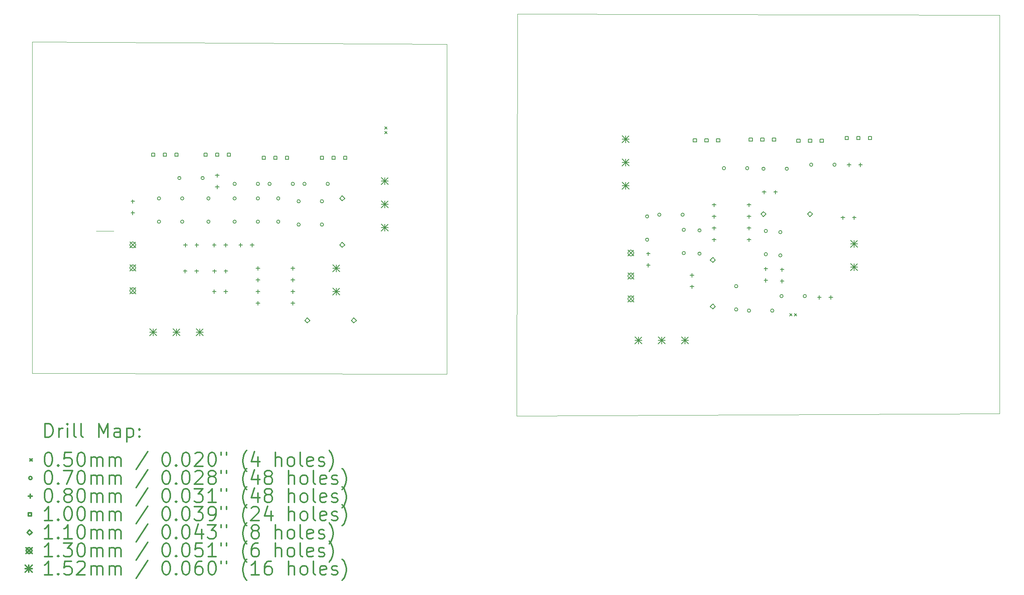
<source format=gbr>
%FSLAX45Y45*%
G04 Gerber Fmt 4.5, Leading zero omitted, Abs format (unit mm)*
G04 Created by KiCad (PCBNEW (5.1.6)-1) date 2020-07-12 13:25:55*
%MOMM*%
%LPD*%
G01*
G04 APERTURE LIST*
%TA.AperFunction,Profile*%
%ADD10C,0.050000*%
%TD*%
%ADD11C,0.200000*%
%ADD12C,0.300000*%
G04 APERTURE END LIST*
D10*
X23279100Y-2501900D02*
X12750800Y-2476500D01*
X23279100Y-11201400D02*
X23279100Y-2501900D01*
X12738100Y-11252200D02*
X23279100Y-11201400D01*
X12750800Y-2476500D02*
X12738100Y-11252200D01*
X11214100Y-3136900D02*
X2159000Y-3086100D01*
X11214100Y-10337800D02*
X11214100Y-3136900D01*
X2159000Y-10325100D02*
X11214100Y-10337800D01*
X2159000Y-3086100D02*
X2159000Y-10325100D01*
X3556000Y-7213600D02*
X3937000Y-7213600D01*
D11*
X18694800Y-9017400D02*
X18744800Y-9067400D01*
X18744800Y-9017400D02*
X18694800Y-9067400D01*
X18794800Y-9017400D02*
X18844800Y-9067400D01*
X18844800Y-9017400D02*
X18794800Y-9067400D01*
X9855600Y-4940700D02*
X9905600Y-4990700D01*
X9905600Y-4940700D02*
X9855600Y-4990700D01*
X9855600Y-5040700D02*
X9905600Y-5090700D01*
X9905600Y-5040700D02*
X9855600Y-5090700D01*
X8010600Y-6565900D02*
G75*
G03*
X8010600Y-6565900I-35000J0D01*
G01*
X8010600Y-7073900D02*
G75*
G03*
X8010600Y-7073900I-35000J0D01*
G01*
X8518600Y-6565900D02*
G75*
G03*
X8518600Y-6565900I-35000J0D01*
G01*
X8518600Y-7073900D02*
G75*
G03*
X8518600Y-7073900I-35000J0D01*
G01*
X16760900Y-7200900D02*
G75*
G03*
X16760900Y-7200900I-35000J0D01*
G01*
X16760900Y-7708900D02*
G75*
G03*
X16760900Y-7708900I-35000J0D01*
G01*
X5407100Y-6057900D02*
G75*
G03*
X5407100Y-6057900I-35000J0D01*
G01*
X5915100Y-6057900D02*
G75*
G03*
X5915100Y-6057900I-35000J0D01*
G01*
X18208700Y-7213600D02*
G75*
G03*
X18208700Y-7213600I-35000J0D01*
G01*
X18208700Y-7721600D02*
G75*
G03*
X18208700Y-7721600I-35000J0D01*
G01*
X17561000Y-8420100D02*
G75*
G03*
X17561000Y-8420100I-35000J0D01*
G01*
X17561000Y-8928100D02*
G75*
G03*
X17561000Y-8928100I-35000J0D01*
G01*
X15884600Y-6858000D02*
G75*
G03*
X15884600Y-6858000I-35000J0D01*
G01*
X16392600Y-6858000D02*
G75*
G03*
X16392600Y-6858000I-35000J0D01*
G01*
X5470600Y-6502400D02*
G75*
G03*
X5470600Y-6502400I-35000J0D01*
G01*
X5470600Y-7010400D02*
G75*
G03*
X5470600Y-7010400I-35000J0D01*
G01*
X6042100Y-6502400D02*
G75*
G03*
X6042100Y-6502400I-35000J0D01*
G01*
X6042100Y-7010400D02*
G75*
G03*
X6042100Y-7010400I-35000J0D01*
G01*
X19199300Y-5765800D02*
G75*
G03*
X19199300Y-5765800I-35000J0D01*
G01*
X19707300Y-5765800D02*
G75*
G03*
X19707300Y-5765800I-35000J0D01*
G01*
X17294300Y-5842000D02*
G75*
G03*
X17294300Y-5842000I-35000J0D01*
G01*
X17802300Y-5842000D02*
G75*
G03*
X17802300Y-5842000I-35000J0D01*
G01*
X15617900Y-6896100D02*
G75*
G03*
X15617900Y-6896100I-35000J0D01*
G01*
X15617900Y-7404100D02*
G75*
G03*
X15617900Y-7404100I-35000J0D01*
G01*
X6613600Y-6502400D02*
G75*
G03*
X6613600Y-6502400I-35000J0D01*
G01*
X6613600Y-7010400D02*
G75*
G03*
X6613600Y-7010400I-35000J0D01*
G01*
X7375600Y-6184900D02*
G75*
G03*
X7375600Y-6184900I-35000J0D01*
G01*
X7883600Y-6184900D02*
G75*
G03*
X7883600Y-6184900I-35000J0D01*
G01*
X6613600Y-6184900D02*
G75*
G03*
X6613600Y-6184900I-35000J0D01*
G01*
X7121600Y-6184900D02*
G75*
G03*
X7121600Y-6184900I-35000J0D01*
G01*
X17840400Y-8953500D02*
G75*
G03*
X17840400Y-8953500I-35000J0D01*
G01*
X18348400Y-8953500D02*
G75*
G03*
X18348400Y-8953500I-35000J0D01*
G01*
X18551600Y-8636000D02*
G75*
G03*
X18551600Y-8636000I-35000J0D01*
G01*
X19059600Y-8636000D02*
G75*
G03*
X19059600Y-8636000I-35000J0D01*
G01*
X4962600Y-6502400D02*
G75*
G03*
X4962600Y-6502400I-35000J0D01*
G01*
X4962600Y-7010400D02*
G75*
G03*
X4962600Y-7010400I-35000J0D01*
G01*
X8137600Y-6184900D02*
G75*
G03*
X8137600Y-6184900I-35000J0D01*
G01*
X8645600Y-6184900D02*
G75*
G03*
X8645600Y-6184900I-35000J0D01*
G01*
X7566100Y-6502400D02*
G75*
G03*
X7566100Y-6502400I-35000J0D01*
G01*
X7566100Y-7010400D02*
G75*
G03*
X7566100Y-7010400I-35000J0D01*
G01*
X16418000Y-7188200D02*
G75*
G03*
X16418000Y-7188200I-35000J0D01*
G01*
X16418000Y-7696200D02*
G75*
G03*
X16418000Y-7696200I-35000J0D01*
G01*
X7121600Y-6502400D02*
G75*
G03*
X7121600Y-6502400I-35000J0D01*
G01*
X7121600Y-7010400D02*
G75*
G03*
X7121600Y-7010400I-35000J0D01*
G01*
X18526200Y-7239000D02*
G75*
G03*
X18526200Y-7239000I-35000J0D01*
G01*
X18526200Y-7747000D02*
G75*
G03*
X18526200Y-7747000I-35000J0D01*
G01*
X18157900Y-5854700D02*
G75*
G03*
X18157900Y-5854700I-35000J0D01*
G01*
X18665900Y-5854700D02*
G75*
G03*
X18665900Y-5854700I-35000J0D01*
G01*
X18135600Y-6322700D02*
X18135600Y-6402700D01*
X18095600Y-6362700D02*
X18175600Y-6362700D01*
X18385600Y-6322700D02*
X18385600Y-6402700D01*
X18345600Y-6362700D02*
X18425600Y-6362700D01*
X4356100Y-6525900D02*
X4356100Y-6605900D01*
X4316100Y-6565900D02*
X4396100Y-6565900D01*
X4356100Y-6775900D02*
X4356100Y-6855900D01*
X4316100Y-6815900D02*
X4396100Y-6815900D01*
X16560800Y-8138800D02*
X16560800Y-8218800D01*
X16520800Y-8178800D02*
X16600800Y-8178800D01*
X16560800Y-8388800D02*
X16560800Y-8468800D01*
X16520800Y-8428800D02*
X16600800Y-8428800D01*
X6134100Y-7478400D02*
X6134100Y-7558400D01*
X6094100Y-7518400D02*
X6174100Y-7518400D01*
X6384100Y-7478400D02*
X6384100Y-7558400D01*
X6344100Y-7518400D02*
X6424100Y-7518400D01*
X17043400Y-6602100D02*
X17043400Y-6682100D01*
X17003400Y-6642100D02*
X17083400Y-6642100D01*
X17043400Y-6856100D02*
X17043400Y-6936100D01*
X17003400Y-6896100D02*
X17083400Y-6896100D01*
X17043400Y-7110100D02*
X17043400Y-7190100D01*
X17003400Y-7150100D02*
X17083400Y-7150100D01*
X17043400Y-7364100D02*
X17043400Y-7444100D01*
X17003400Y-7404100D02*
X17083400Y-7404100D01*
X17805400Y-6602100D02*
X17805400Y-6682100D01*
X17765400Y-6642100D02*
X17845400Y-6642100D01*
X17805400Y-6856100D02*
X17805400Y-6936100D01*
X17765400Y-6896100D02*
X17845400Y-6896100D01*
X17805400Y-7110100D02*
X17805400Y-7190100D01*
X17765400Y-7150100D02*
X17845400Y-7150100D01*
X17805400Y-7364100D02*
X17805400Y-7444100D01*
X17765400Y-7404100D02*
X17845400Y-7404100D01*
X19342100Y-8621400D02*
X19342100Y-8701400D01*
X19302100Y-8661400D02*
X19382100Y-8661400D01*
X19592100Y-8621400D02*
X19592100Y-8701400D01*
X19552100Y-8661400D02*
X19632100Y-8661400D01*
X6138100Y-8049900D02*
X6138100Y-8129900D01*
X6098100Y-8089900D02*
X6178100Y-8089900D01*
X6388100Y-8049900D02*
X6388100Y-8129900D01*
X6348100Y-8089900D02*
X6428100Y-8089900D01*
X15608300Y-7668900D02*
X15608300Y-7748900D01*
X15568300Y-7708900D02*
X15648300Y-7708900D01*
X15608300Y-7918900D02*
X15608300Y-7998900D01*
X15568300Y-7958900D02*
X15648300Y-7958900D01*
X18529300Y-8015800D02*
X18529300Y-8095800D01*
X18489300Y-8055800D02*
X18569300Y-8055800D01*
X18529300Y-8265800D02*
X18529300Y-8345800D01*
X18489300Y-8305800D02*
X18569300Y-8305800D01*
X6709600Y-7478400D02*
X6709600Y-7558400D01*
X6669600Y-7518400D02*
X6749600Y-7518400D01*
X6959600Y-7478400D02*
X6959600Y-7558400D01*
X6919600Y-7518400D02*
X6999600Y-7518400D01*
X19854100Y-6881500D02*
X19854100Y-6961500D01*
X19814100Y-6921500D02*
X19894100Y-6921500D01*
X20104100Y-6881500D02*
X20104100Y-6961500D01*
X20064100Y-6921500D02*
X20144100Y-6921500D01*
X5503100Y-7478400D02*
X5503100Y-7558400D01*
X5463100Y-7518400D02*
X5543100Y-7518400D01*
X5753100Y-7478400D02*
X5753100Y-7558400D01*
X5713100Y-7518400D02*
X5793100Y-7518400D01*
X7086600Y-7986400D02*
X7086600Y-8066400D01*
X7046600Y-8026400D02*
X7126600Y-8026400D01*
X7086600Y-8240400D02*
X7086600Y-8320400D01*
X7046600Y-8280400D02*
X7126600Y-8280400D01*
X7086600Y-8494400D02*
X7086600Y-8574400D01*
X7046600Y-8534400D02*
X7126600Y-8534400D01*
X7086600Y-8748400D02*
X7086600Y-8828400D01*
X7046600Y-8788400D02*
X7126600Y-8788400D01*
X7848600Y-7986400D02*
X7848600Y-8066400D01*
X7808600Y-8026400D02*
X7888600Y-8026400D01*
X7848600Y-8240400D02*
X7848600Y-8320400D01*
X7808600Y-8280400D02*
X7888600Y-8280400D01*
X7848600Y-8494400D02*
X7848600Y-8574400D01*
X7808600Y-8534400D02*
X7888600Y-8534400D01*
X7848600Y-8748400D02*
X7848600Y-8828400D01*
X7808600Y-8788400D02*
X7888600Y-8788400D01*
X6197600Y-5958400D02*
X6197600Y-6038400D01*
X6157600Y-5998400D02*
X6237600Y-5998400D01*
X6197600Y-6208400D02*
X6197600Y-6288400D01*
X6157600Y-6248400D02*
X6237600Y-6248400D01*
X5499100Y-8049900D02*
X5499100Y-8129900D01*
X5459100Y-8089900D02*
X5539100Y-8089900D01*
X5749100Y-8049900D02*
X5749100Y-8129900D01*
X5709100Y-8089900D02*
X5789100Y-8089900D01*
X18173700Y-7999100D02*
X18173700Y-8079100D01*
X18133700Y-8039100D02*
X18213700Y-8039100D01*
X18173700Y-8249100D02*
X18173700Y-8329100D01*
X18133700Y-8289100D02*
X18213700Y-8289100D01*
X19989800Y-5725800D02*
X19989800Y-5805800D01*
X19949800Y-5765800D02*
X20029800Y-5765800D01*
X20239800Y-5725800D02*
X20239800Y-5805800D01*
X20199800Y-5765800D02*
X20279800Y-5765800D01*
X6134100Y-8494400D02*
X6134100Y-8574400D01*
X6094100Y-8534400D02*
X6174100Y-8534400D01*
X6384100Y-8494400D02*
X6384100Y-8574400D01*
X6344100Y-8534400D02*
X6424100Y-8534400D01*
X5978956Y-5585256D02*
X5978956Y-5514544D01*
X5908244Y-5514544D01*
X5908244Y-5585256D01*
X5978956Y-5585256D01*
X6232956Y-5585256D02*
X6232956Y-5514544D01*
X6162244Y-5514544D01*
X6162244Y-5585256D01*
X6232956Y-5585256D01*
X6486956Y-5585256D02*
X6486956Y-5514544D01*
X6416244Y-5514544D01*
X6416244Y-5585256D01*
X6486956Y-5585256D01*
X7248956Y-5648756D02*
X7248956Y-5578044D01*
X7178244Y-5578044D01*
X7178244Y-5648756D01*
X7248956Y-5648756D01*
X7502956Y-5648756D02*
X7502956Y-5578044D01*
X7432244Y-5578044D01*
X7432244Y-5648756D01*
X7502956Y-5648756D01*
X7756956Y-5648756D02*
X7756956Y-5578044D01*
X7686244Y-5578044D01*
X7686244Y-5648756D01*
X7756956Y-5648756D01*
X4835956Y-5585256D02*
X4835956Y-5514544D01*
X4765244Y-5514544D01*
X4765244Y-5585256D01*
X4835956Y-5585256D01*
X5089956Y-5585256D02*
X5089956Y-5514544D01*
X5019244Y-5514544D01*
X5019244Y-5585256D01*
X5089956Y-5585256D01*
X5343956Y-5585256D02*
X5343956Y-5514544D01*
X5273244Y-5514544D01*
X5273244Y-5585256D01*
X5343956Y-5585256D01*
X17878856Y-5255056D02*
X17878856Y-5184344D01*
X17808144Y-5184344D01*
X17808144Y-5255056D01*
X17878856Y-5255056D01*
X18132856Y-5255056D02*
X18132856Y-5184344D01*
X18062144Y-5184344D01*
X18062144Y-5255056D01*
X18132856Y-5255056D01*
X18386856Y-5255056D02*
X18386856Y-5184344D01*
X18316144Y-5184344D01*
X18316144Y-5255056D01*
X18386856Y-5255056D01*
X16659656Y-5267756D02*
X16659656Y-5197044D01*
X16588944Y-5197044D01*
X16588944Y-5267756D01*
X16659656Y-5267756D01*
X16913656Y-5267756D02*
X16913656Y-5197044D01*
X16842944Y-5197044D01*
X16842944Y-5267756D01*
X16913656Y-5267756D01*
X17167656Y-5267756D02*
X17167656Y-5197044D01*
X17096944Y-5197044D01*
X17096944Y-5267756D01*
X17167656Y-5267756D01*
X8518956Y-5648756D02*
X8518956Y-5578044D01*
X8448244Y-5578044D01*
X8448244Y-5648756D01*
X8518956Y-5648756D01*
X8772956Y-5648756D02*
X8772956Y-5578044D01*
X8702244Y-5578044D01*
X8702244Y-5648756D01*
X8772956Y-5648756D01*
X9026956Y-5648756D02*
X9026956Y-5578044D01*
X8956244Y-5578044D01*
X8956244Y-5648756D01*
X9026956Y-5648756D01*
X19974356Y-5216956D02*
X19974356Y-5146244D01*
X19903644Y-5146244D01*
X19903644Y-5216956D01*
X19974356Y-5216956D01*
X20228356Y-5216956D02*
X20228356Y-5146244D01*
X20157644Y-5146244D01*
X20157644Y-5216956D01*
X20228356Y-5216956D01*
X20482356Y-5216956D02*
X20482356Y-5146244D01*
X20411644Y-5146244D01*
X20411644Y-5216956D01*
X20482356Y-5216956D01*
X18920256Y-5280456D02*
X18920256Y-5209744D01*
X18849544Y-5209744D01*
X18849544Y-5280456D01*
X18920256Y-5280456D01*
X19174256Y-5280456D02*
X19174256Y-5209744D01*
X19103544Y-5209744D01*
X19103544Y-5280456D01*
X19174256Y-5280456D01*
X19428256Y-5280456D02*
X19428256Y-5209744D01*
X19357544Y-5209744D01*
X19357544Y-5280456D01*
X19428256Y-5280456D01*
X8166100Y-9224400D02*
X8221100Y-9169400D01*
X8166100Y-9114400D01*
X8111100Y-9169400D01*
X8166100Y-9224400D01*
X9182100Y-9224400D02*
X9237100Y-9169400D01*
X9182100Y-9114400D01*
X9127100Y-9169400D01*
X9182100Y-9224400D01*
X18122900Y-6900300D02*
X18177900Y-6845300D01*
X18122900Y-6790300D01*
X18067900Y-6845300D01*
X18122900Y-6900300D01*
X19138900Y-6900300D02*
X19193900Y-6845300D01*
X19138900Y-6790300D01*
X19083900Y-6845300D01*
X19138900Y-6900300D01*
X17018000Y-7903600D02*
X17073000Y-7848600D01*
X17018000Y-7793600D01*
X16963000Y-7848600D01*
X17018000Y-7903600D01*
X17018000Y-8919600D02*
X17073000Y-8864600D01*
X17018000Y-8809600D01*
X16963000Y-8864600D01*
X17018000Y-8919600D01*
X8928100Y-6557400D02*
X8983100Y-6502400D01*
X8928100Y-6447400D01*
X8873100Y-6502400D01*
X8928100Y-6557400D01*
X8928100Y-7573400D02*
X8983100Y-7518400D01*
X8928100Y-7463400D01*
X8873100Y-7518400D01*
X8928100Y-7573400D01*
X15162300Y-7631200D02*
X15292300Y-7761200D01*
X15292300Y-7631200D02*
X15162300Y-7761200D01*
X15292300Y-7696200D02*
G75*
G03*
X15292300Y-7696200I-65000J0D01*
G01*
X15162300Y-8131200D02*
X15292300Y-8261200D01*
X15292300Y-8131200D02*
X15162300Y-8261200D01*
X15292300Y-8196200D02*
G75*
G03*
X15292300Y-8196200I-65000J0D01*
G01*
X15162300Y-8631200D02*
X15292300Y-8761200D01*
X15292300Y-8631200D02*
X15162300Y-8761200D01*
X15292300Y-8696200D02*
G75*
G03*
X15292300Y-8696200I-65000J0D01*
G01*
X4291100Y-7453400D02*
X4421100Y-7583400D01*
X4421100Y-7453400D02*
X4291100Y-7583400D01*
X4421100Y-7518400D02*
G75*
G03*
X4421100Y-7518400I-65000J0D01*
G01*
X4291100Y-7953400D02*
X4421100Y-8083400D01*
X4421100Y-7953400D02*
X4291100Y-8083400D01*
X4421100Y-8018400D02*
G75*
G03*
X4421100Y-8018400I-65000J0D01*
G01*
X4291100Y-8453400D02*
X4421100Y-8583400D01*
X4421100Y-8453400D02*
X4291100Y-8583400D01*
X4421100Y-8518400D02*
G75*
G03*
X4421100Y-8518400I-65000J0D01*
G01*
X9779200Y-6045400D02*
X9931200Y-6197400D01*
X9931200Y-6045400D02*
X9779200Y-6197400D01*
X9855200Y-6045400D02*
X9855200Y-6197400D01*
X9779200Y-6121400D02*
X9931200Y-6121400D01*
X9779200Y-6553400D02*
X9931200Y-6705400D01*
X9931200Y-6553400D02*
X9779200Y-6705400D01*
X9855200Y-6553400D02*
X9855200Y-6705400D01*
X9779200Y-6629400D02*
X9931200Y-6629400D01*
X9779200Y-7061400D02*
X9931200Y-7213400D01*
X9931200Y-7061400D02*
X9779200Y-7213400D01*
X9855200Y-7061400D02*
X9855200Y-7213400D01*
X9779200Y-7137400D02*
X9931200Y-7137400D01*
X15316400Y-9525200D02*
X15468400Y-9677200D01*
X15468400Y-9525200D02*
X15316400Y-9677200D01*
X15392400Y-9525200D02*
X15392400Y-9677200D01*
X15316400Y-9601200D02*
X15468400Y-9601200D01*
X15824400Y-9525200D02*
X15976400Y-9677200D01*
X15976400Y-9525200D02*
X15824400Y-9677200D01*
X15900400Y-9525200D02*
X15900400Y-9677200D01*
X15824400Y-9601200D02*
X15976400Y-9601200D01*
X16332400Y-9525200D02*
X16484400Y-9677200D01*
X16484400Y-9525200D02*
X16332400Y-9677200D01*
X16408400Y-9525200D02*
X16408400Y-9677200D01*
X16332400Y-9601200D02*
X16484400Y-9601200D01*
X8725100Y-7950400D02*
X8877100Y-8102400D01*
X8877100Y-7950400D02*
X8725100Y-8102400D01*
X8801100Y-7950400D02*
X8801100Y-8102400D01*
X8725100Y-8026400D02*
X8877100Y-8026400D01*
X8725100Y-8458400D02*
X8877100Y-8610400D01*
X8877100Y-8458400D02*
X8725100Y-8610400D01*
X8801100Y-8458400D02*
X8801100Y-8610400D01*
X8725100Y-8534400D02*
X8877100Y-8534400D01*
X15037000Y-5131000D02*
X15189000Y-5283000D01*
X15189000Y-5131000D02*
X15037000Y-5283000D01*
X15113000Y-5131000D02*
X15113000Y-5283000D01*
X15037000Y-5207000D02*
X15189000Y-5207000D01*
X15037000Y-5639000D02*
X15189000Y-5791000D01*
X15189000Y-5639000D02*
X15037000Y-5791000D01*
X15113000Y-5639000D02*
X15113000Y-5791000D01*
X15037000Y-5715000D02*
X15189000Y-5715000D01*
X15037000Y-6147000D02*
X15189000Y-6299000D01*
X15189000Y-6147000D02*
X15037000Y-6299000D01*
X15113000Y-6147000D02*
X15113000Y-6299000D01*
X15037000Y-6223000D02*
X15189000Y-6223000D01*
X4724600Y-9347400D02*
X4876600Y-9499400D01*
X4876600Y-9347400D02*
X4724600Y-9499400D01*
X4800600Y-9347400D02*
X4800600Y-9499400D01*
X4724600Y-9423400D02*
X4876600Y-9423400D01*
X5232600Y-9347400D02*
X5384600Y-9499400D01*
X5384600Y-9347400D02*
X5232600Y-9499400D01*
X5308600Y-9347400D02*
X5308600Y-9499400D01*
X5232600Y-9423400D02*
X5384600Y-9423400D01*
X5740600Y-9347400D02*
X5892600Y-9499400D01*
X5892600Y-9347400D02*
X5740600Y-9499400D01*
X5816600Y-9347400D02*
X5816600Y-9499400D01*
X5740600Y-9423400D02*
X5892600Y-9423400D01*
X20028100Y-7417000D02*
X20180100Y-7569000D01*
X20180100Y-7417000D02*
X20028100Y-7569000D01*
X20104100Y-7417000D02*
X20104100Y-7569000D01*
X20028100Y-7493000D02*
X20180100Y-7493000D01*
X20028100Y-7925000D02*
X20180100Y-8077000D01*
X20180100Y-7925000D02*
X20028100Y-8077000D01*
X20104100Y-7925000D02*
X20104100Y-8077000D01*
X20028100Y-8001000D02*
X20180100Y-8001000D01*
D12*
X2442928Y-11720414D02*
X2442928Y-11420414D01*
X2514357Y-11420414D01*
X2557214Y-11434700D01*
X2585786Y-11463271D01*
X2600071Y-11491843D01*
X2614357Y-11548986D01*
X2614357Y-11591843D01*
X2600071Y-11648986D01*
X2585786Y-11677557D01*
X2557214Y-11706129D01*
X2514357Y-11720414D01*
X2442928Y-11720414D01*
X2742928Y-11720414D02*
X2742928Y-11520414D01*
X2742928Y-11577557D02*
X2757214Y-11548986D01*
X2771500Y-11534700D01*
X2800071Y-11520414D01*
X2828643Y-11520414D01*
X2928643Y-11720414D02*
X2928643Y-11520414D01*
X2928643Y-11420414D02*
X2914357Y-11434700D01*
X2928643Y-11448986D01*
X2942928Y-11434700D01*
X2928643Y-11420414D01*
X2928643Y-11448986D01*
X3114357Y-11720414D02*
X3085786Y-11706129D01*
X3071500Y-11677557D01*
X3071500Y-11420414D01*
X3271500Y-11720414D02*
X3242928Y-11706129D01*
X3228643Y-11677557D01*
X3228643Y-11420414D01*
X3614357Y-11720414D02*
X3614357Y-11420414D01*
X3714357Y-11634700D01*
X3814357Y-11420414D01*
X3814357Y-11720414D01*
X4085786Y-11720414D02*
X4085786Y-11563271D01*
X4071500Y-11534700D01*
X4042928Y-11520414D01*
X3985786Y-11520414D01*
X3957214Y-11534700D01*
X4085786Y-11706129D02*
X4057214Y-11720414D01*
X3985786Y-11720414D01*
X3957214Y-11706129D01*
X3942928Y-11677557D01*
X3942928Y-11648986D01*
X3957214Y-11620414D01*
X3985786Y-11606129D01*
X4057214Y-11606129D01*
X4085786Y-11591843D01*
X4228643Y-11520414D02*
X4228643Y-11820414D01*
X4228643Y-11534700D02*
X4257214Y-11520414D01*
X4314357Y-11520414D01*
X4342928Y-11534700D01*
X4357214Y-11548986D01*
X4371500Y-11577557D01*
X4371500Y-11663271D01*
X4357214Y-11691843D01*
X4342928Y-11706129D01*
X4314357Y-11720414D01*
X4257214Y-11720414D01*
X4228643Y-11706129D01*
X4500071Y-11691843D02*
X4514357Y-11706129D01*
X4500071Y-11720414D01*
X4485786Y-11706129D01*
X4500071Y-11691843D01*
X4500071Y-11720414D01*
X4500071Y-11534700D02*
X4514357Y-11548986D01*
X4500071Y-11563271D01*
X4485786Y-11548986D01*
X4500071Y-11534700D01*
X4500071Y-11563271D01*
X2106500Y-12189700D02*
X2156500Y-12239700D01*
X2156500Y-12189700D02*
X2106500Y-12239700D01*
X2500071Y-12050414D02*
X2528643Y-12050414D01*
X2557214Y-12064700D01*
X2571500Y-12078986D01*
X2585786Y-12107557D01*
X2600071Y-12164700D01*
X2600071Y-12236129D01*
X2585786Y-12293271D01*
X2571500Y-12321843D01*
X2557214Y-12336129D01*
X2528643Y-12350414D01*
X2500071Y-12350414D01*
X2471500Y-12336129D01*
X2457214Y-12321843D01*
X2442928Y-12293271D01*
X2428643Y-12236129D01*
X2428643Y-12164700D01*
X2442928Y-12107557D01*
X2457214Y-12078986D01*
X2471500Y-12064700D01*
X2500071Y-12050414D01*
X2728643Y-12321843D02*
X2742928Y-12336129D01*
X2728643Y-12350414D01*
X2714357Y-12336129D01*
X2728643Y-12321843D01*
X2728643Y-12350414D01*
X3014357Y-12050414D02*
X2871500Y-12050414D01*
X2857214Y-12193271D01*
X2871500Y-12178986D01*
X2900071Y-12164700D01*
X2971500Y-12164700D01*
X3000071Y-12178986D01*
X3014357Y-12193271D01*
X3028643Y-12221843D01*
X3028643Y-12293271D01*
X3014357Y-12321843D01*
X3000071Y-12336129D01*
X2971500Y-12350414D01*
X2900071Y-12350414D01*
X2871500Y-12336129D01*
X2857214Y-12321843D01*
X3214357Y-12050414D02*
X3242928Y-12050414D01*
X3271500Y-12064700D01*
X3285786Y-12078986D01*
X3300071Y-12107557D01*
X3314357Y-12164700D01*
X3314357Y-12236129D01*
X3300071Y-12293271D01*
X3285786Y-12321843D01*
X3271500Y-12336129D01*
X3242928Y-12350414D01*
X3214357Y-12350414D01*
X3185786Y-12336129D01*
X3171500Y-12321843D01*
X3157214Y-12293271D01*
X3142928Y-12236129D01*
X3142928Y-12164700D01*
X3157214Y-12107557D01*
X3171500Y-12078986D01*
X3185786Y-12064700D01*
X3214357Y-12050414D01*
X3442928Y-12350414D02*
X3442928Y-12150414D01*
X3442928Y-12178986D02*
X3457214Y-12164700D01*
X3485786Y-12150414D01*
X3528643Y-12150414D01*
X3557214Y-12164700D01*
X3571500Y-12193271D01*
X3571500Y-12350414D01*
X3571500Y-12193271D02*
X3585786Y-12164700D01*
X3614357Y-12150414D01*
X3657214Y-12150414D01*
X3685786Y-12164700D01*
X3700071Y-12193271D01*
X3700071Y-12350414D01*
X3842928Y-12350414D02*
X3842928Y-12150414D01*
X3842928Y-12178986D02*
X3857214Y-12164700D01*
X3885786Y-12150414D01*
X3928643Y-12150414D01*
X3957214Y-12164700D01*
X3971500Y-12193271D01*
X3971500Y-12350414D01*
X3971500Y-12193271D02*
X3985786Y-12164700D01*
X4014357Y-12150414D01*
X4057214Y-12150414D01*
X4085786Y-12164700D01*
X4100071Y-12193271D01*
X4100071Y-12350414D01*
X4685786Y-12036129D02*
X4428643Y-12421843D01*
X5071500Y-12050414D02*
X5100071Y-12050414D01*
X5128643Y-12064700D01*
X5142928Y-12078986D01*
X5157214Y-12107557D01*
X5171500Y-12164700D01*
X5171500Y-12236129D01*
X5157214Y-12293271D01*
X5142928Y-12321843D01*
X5128643Y-12336129D01*
X5100071Y-12350414D01*
X5071500Y-12350414D01*
X5042928Y-12336129D01*
X5028643Y-12321843D01*
X5014357Y-12293271D01*
X5000071Y-12236129D01*
X5000071Y-12164700D01*
X5014357Y-12107557D01*
X5028643Y-12078986D01*
X5042928Y-12064700D01*
X5071500Y-12050414D01*
X5300071Y-12321843D02*
X5314357Y-12336129D01*
X5300071Y-12350414D01*
X5285786Y-12336129D01*
X5300071Y-12321843D01*
X5300071Y-12350414D01*
X5500071Y-12050414D02*
X5528643Y-12050414D01*
X5557214Y-12064700D01*
X5571500Y-12078986D01*
X5585786Y-12107557D01*
X5600071Y-12164700D01*
X5600071Y-12236129D01*
X5585786Y-12293271D01*
X5571500Y-12321843D01*
X5557214Y-12336129D01*
X5528643Y-12350414D01*
X5500071Y-12350414D01*
X5471500Y-12336129D01*
X5457214Y-12321843D01*
X5442928Y-12293271D01*
X5428643Y-12236129D01*
X5428643Y-12164700D01*
X5442928Y-12107557D01*
X5457214Y-12078986D01*
X5471500Y-12064700D01*
X5500071Y-12050414D01*
X5714357Y-12078986D02*
X5728643Y-12064700D01*
X5757214Y-12050414D01*
X5828643Y-12050414D01*
X5857214Y-12064700D01*
X5871500Y-12078986D01*
X5885786Y-12107557D01*
X5885786Y-12136129D01*
X5871500Y-12178986D01*
X5700071Y-12350414D01*
X5885786Y-12350414D01*
X6071500Y-12050414D02*
X6100071Y-12050414D01*
X6128643Y-12064700D01*
X6142928Y-12078986D01*
X6157214Y-12107557D01*
X6171500Y-12164700D01*
X6171500Y-12236129D01*
X6157214Y-12293271D01*
X6142928Y-12321843D01*
X6128643Y-12336129D01*
X6100071Y-12350414D01*
X6071500Y-12350414D01*
X6042928Y-12336129D01*
X6028643Y-12321843D01*
X6014357Y-12293271D01*
X6000071Y-12236129D01*
X6000071Y-12164700D01*
X6014357Y-12107557D01*
X6028643Y-12078986D01*
X6042928Y-12064700D01*
X6071500Y-12050414D01*
X6285786Y-12050414D02*
X6285786Y-12107557D01*
X6400071Y-12050414D02*
X6400071Y-12107557D01*
X6842928Y-12464700D02*
X6828643Y-12450414D01*
X6800071Y-12407557D01*
X6785786Y-12378986D01*
X6771500Y-12336129D01*
X6757214Y-12264700D01*
X6757214Y-12207557D01*
X6771500Y-12136129D01*
X6785786Y-12093271D01*
X6800071Y-12064700D01*
X6828643Y-12021843D01*
X6842928Y-12007557D01*
X7085786Y-12150414D02*
X7085786Y-12350414D01*
X7014357Y-12036129D02*
X6942928Y-12250414D01*
X7128643Y-12250414D01*
X7471500Y-12350414D02*
X7471500Y-12050414D01*
X7600071Y-12350414D02*
X7600071Y-12193271D01*
X7585786Y-12164700D01*
X7557214Y-12150414D01*
X7514357Y-12150414D01*
X7485786Y-12164700D01*
X7471500Y-12178986D01*
X7785786Y-12350414D02*
X7757214Y-12336129D01*
X7742928Y-12321843D01*
X7728643Y-12293271D01*
X7728643Y-12207557D01*
X7742928Y-12178986D01*
X7757214Y-12164700D01*
X7785786Y-12150414D01*
X7828643Y-12150414D01*
X7857214Y-12164700D01*
X7871500Y-12178986D01*
X7885786Y-12207557D01*
X7885786Y-12293271D01*
X7871500Y-12321843D01*
X7857214Y-12336129D01*
X7828643Y-12350414D01*
X7785786Y-12350414D01*
X8057214Y-12350414D02*
X8028643Y-12336129D01*
X8014357Y-12307557D01*
X8014357Y-12050414D01*
X8285786Y-12336129D02*
X8257214Y-12350414D01*
X8200071Y-12350414D01*
X8171500Y-12336129D01*
X8157214Y-12307557D01*
X8157214Y-12193271D01*
X8171500Y-12164700D01*
X8200071Y-12150414D01*
X8257214Y-12150414D01*
X8285786Y-12164700D01*
X8300071Y-12193271D01*
X8300071Y-12221843D01*
X8157214Y-12250414D01*
X8414357Y-12336129D02*
X8442928Y-12350414D01*
X8500071Y-12350414D01*
X8528643Y-12336129D01*
X8542928Y-12307557D01*
X8542928Y-12293271D01*
X8528643Y-12264700D01*
X8500071Y-12250414D01*
X8457214Y-12250414D01*
X8428643Y-12236129D01*
X8414357Y-12207557D01*
X8414357Y-12193271D01*
X8428643Y-12164700D01*
X8457214Y-12150414D01*
X8500071Y-12150414D01*
X8528643Y-12164700D01*
X8642928Y-12464700D02*
X8657214Y-12450414D01*
X8685786Y-12407557D01*
X8700071Y-12378986D01*
X8714357Y-12336129D01*
X8728643Y-12264700D01*
X8728643Y-12207557D01*
X8714357Y-12136129D01*
X8700071Y-12093271D01*
X8685786Y-12064700D01*
X8657214Y-12021843D01*
X8642928Y-12007557D01*
X2156500Y-12610700D02*
G75*
G03*
X2156500Y-12610700I-35000J0D01*
G01*
X2500071Y-12446414D02*
X2528643Y-12446414D01*
X2557214Y-12460700D01*
X2571500Y-12474986D01*
X2585786Y-12503557D01*
X2600071Y-12560700D01*
X2600071Y-12632129D01*
X2585786Y-12689271D01*
X2571500Y-12717843D01*
X2557214Y-12732129D01*
X2528643Y-12746414D01*
X2500071Y-12746414D01*
X2471500Y-12732129D01*
X2457214Y-12717843D01*
X2442928Y-12689271D01*
X2428643Y-12632129D01*
X2428643Y-12560700D01*
X2442928Y-12503557D01*
X2457214Y-12474986D01*
X2471500Y-12460700D01*
X2500071Y-12446414D01*
X2728643Y-12717843D02*
X2742928Y-12732129D01*
X2728643Y-12746414D01*
X2714357Y-12732129D01*
X2728643Y-12717843D01*
X2728643Y-12746414D01*
X2842928Y-12446414D02*
X3042928Y-12446414D01*
X2914357Y-12746414D01*
X3214357Y-12446414D02*
X3242928Y-12446414D01*
X3271500Y-12460700D01*
X3285786Y-12474986D01*
X3300071Y-12503557D01*
X3314357Y-12560700D01*
X3314357Y-12632129D01*
X3300071Y-12689271D01*
X3285786Y-12717843D01*
X3271500Y-12732129D01*
X3242928Y-12746414D01*
X3214357Y-12746414D01*
X3185786Y-12732129D01*
X3171500Y-12717843D01*
X3157214Y-12689271D01*
X3142928Y-12632129D01*
X3142928Y-12560700D01*
X3157214Y-12503557D01*
X3171500Y-12474986D01*
X3185786Y-12460700D01*
X3214357Y-12446414D01*
X3442928Y-12746414D02*
X3442928Y-12546414D01*
X3442928Y-12574986D02*
X3457214Y-12560700D01*
X3485786Y-12546414D01*
X3528643Y-12546414D01*
X3557214Y-12560700D01*
X3571500Y-12589271D01*
X3571500Y-12746414D01*
X3571500Y-12589271D02*
X3585786Y-12560700D01*
X3614357Y-12546414D01*
X3657214Y-12546414D01*
X3685786Y-12560700D01*
X3700071Y-12589271D01*
X3700071Y-12746414D01*
X3842928Y-12746414D02*
X3842928Y-12546414D01*
X3842928Y-12574986D02*
X3857214Y-12560700D01*
X3885786Y-12546414D01*
X3928643Y-12546414D01*
X3957214Y-12560700D01*
X3971500Y-12589271D01*
X3971500Y-12746414D01*
X3971500Y-12589271D02*
X3985786Y-12560700D01*
X4014357Y-12546414D01*
X4057214Y-12546414D01*
X4085786Y-12560700D01*
X4100071Y-12589271D01*
X4100071Y-12746414D01*
X4685786Y-12432129D02*
X4428643Y-12817843D01*
X5071500Y-12446414D02*
X5100071Y-12446414D01*
X5128643Y-12460700D01*
X5142928Y-12474986D01*
X5157214Y-12503557D01*
X5171500Y-12560700D01*
X5171500Y-12632129D01*
X5157214Y-12689271D01*
X5142928Y-12717843D01*
X5128643Y-12732129D01*
X5100071Y-12746414D01*
X5071500Y-12746414D01*
X5042928Y-12732129D01*
X5028643Y-12717843D01*
X5014357Y-12689271D01*
X5000071Y-12632129D01*
X5000071Y-12560700D01*
X5014357Y-12503557D01*
X5028643Y-12474986D01*
X5042928Y-12460700D01*
X5071500Y-12446414D01*
X5300071Y-12717843D02*
X5314357Y-12732129D01*
X5300071Y-12746414D01*
X5285786Y-12732129D01*
X5300071Y-12717843D01*
X5300071Y-12746414D01*
X5500071Y-12446414D02*
X5528643Y-12446414D01*
X5557214Y-12460700D01*
X5571500Y-12474986D01*
X5585786Y-12503557D01*
X5600071Y-12560700D01*
X5600071Y-12632129D01*
X5585786Y-12689271D01*
X5571500Y-12717843D01*
X5557214Y-12732129D01*
X5528643Y-12746414D01*
X5500071Y-12746414D01*
X5471500Y-12732129D01*
X5457214Y-12717843D01*
X5442928Y-12689271D01*
X5428643Y-12632129D01*
X5428643Y-12560700D01*
X5442928Y-12503557D01*
X5457214Y-12474986D01*
X5471500Y-12460700D01*
X5500071Y-12446414D01*
X5714357Y-12474986D02*
X5728643Y-12460700D01*
X5757214Y-12446414D01*
X5828643Y-12446414D01*
X5857214Y-12460700D01*
X5871500Y-12474986D01*
X5885786Y-12503557D01*
X5885786Y-12532129D01*
X5871500Y-12574986D01*
X5700071Y-12746414D01*
X5885786Y-12746414D01*
X6057214Y-12574986D02*
X6028643Y-12560700D01*
X6014357Y-12546414D01*
X6000071Y-12517843D01*
X6000071Y-12503557D01*
X6014357Y-12474986D01*
X6028643Y-12460700D01*
X6057214Y-12446414D01*
X6114357Y-12446414D01*
X6142928Y-12460700D01*
X6157214Y-12474986D01*
X6171500Y-12503557D01*
X6171500Y-12517843D01*
X6157214Y-12546414D01*
X6142928Y-12560700D01*
X6114357Y-12574986D01*
X6057214Y-12574986D01*
X6028643Y-12589271D01*
X6014357Y-12603557D01*
X6000071Y-12632129D01*
X6000071Y-12689271D01*
X6014357Y-12717843D01*
X6028643Y-12732129D01*
X6057214Y-12746414D01*
X6114357Y-12746414D01*
X6142928Y-12732129D01*
X6157214Y-12717843D01*
X6171500Y-12689271D01*
X6171500Y-12632129D01*
X6157214Y-12603557D01*
X6142928Y-12589271D01*
X6114357Y-12574986D01*
X6285786Y-12446414D02*
X6285786Y-12503557D01*
X6400071Y-12446414D02*
X6400071Y-12503557D01*
X6842928Y-12860700D02*
X6828643Y-12846414D01*
X6800071Y-12803557D01*
X6785786Y-12774986D01*
X6771500Y-12732129D01*
X6757214Y-12660700D01*
X6757214Y-12603557D01*
X6771500Y-12532129D01*
X6785786Y-12489271D01*
X6800071Y-12460700D01*
X6828643Y-12417843D01*
X6842928Y-12403557D01*
X7085786Y-12546414D02*
X7085786Y-12746414D01*
X7014357Y-12432129D02*
X6942928Y-12646414D01*
X7128643Y-12646414D01*
X7285786Y-12574986D02*
X7257214Y-12560700D01*
X7242928Y-12546414D01*
X7228643Y-12517843D01*
X7228643Y-12503557D01*
X7242928Y-12474986D01*
X7257214Y-12460700D01*
X7285786Y-12446414D01*
X7342928Y-12446414D01*
X7371500Y-12460700D01*
X7385786Y-12474986D01*
X7400071Y-12503557D01*
X7400071Y-12517843D01*
X7385786Y-12546414D01*
X7371500Y-12560700D01*
X7342928Y-12574986D01*
X7285786Y-12574986D01*
X7257214Y-12589271D01*
X7242928Y-12603557D01*
X7228643Y-12632129D01*
X7228643Y-12689271D01*
X7242928Y-12717843D01*
X7257214Y-12732129D01*
X7285786Y-12746414D01*
X7342928Y-12746414D01*
X7371500Y-12732129D01*
X7385786Y-12717843D01*
X7400071Y-12689271D01*
X7400071Y-12632129D01*
X7385786Y-12603557D01*
X7371500Y-12589271D01*
X7342928Y-12574986D01*
X7757214Y-12746414D02*
X7757214Y-12446414D01*
X7885786Y-12746414D02*
X7885786Y-12589271D01*
X7871500Y-12560700D01*
X7842928Y-12546414D01*
X7800071Y-12546414D01*
X7771500Y-12560700D01*
X7757214Y-12574986D01*
X8071500Y-12746414D02*
X8042928Y-12732129D01*
X8028643Y-12717843D01*
X8014357Y-12689271D01*
X8014357Y-12603557D01*
X8028643Y-12574986D01*
X8042928Y-12560700D01*
X8071500Y-12546414D01*
X8114357Y-12546414D01*
X8142928Y-12560700D01*
X8157214Y-12574986D01*
X8171500Y-12603557D01*
X8171500Y-12689271D01*
X8157214Y-12717843D01*
X8142928Y-12732129D01*
X8114357Y-12746414D01*
X8071500Y-12746414D01*
X8342928Y-12746414D02*
X8314357Y-12732129D01*
X8300071Y-12703557D01*
X8300071Y-12446414D01*
X8571500Y-12732129D02*
X8542928Y-12746414D01*
X8485786Y-12746414D01*
X8457214Y-12732129D01*
X8442928Y-12703557D01*
X8442928Y-12589271D01*
X8457214Y-12560700D01*
X8485786Y-12546414D01*
X8542928Y-12546414D01*
X8571500Y-12560700D01*
X8585786Y-12589271D01*
X8585786Y-12617843D01*
X8442928Y-12646414D01*
X8700071Y-12732129D02*
X8728643Y-12746414D01*
X8785786Y-12746414D01*
X8814357Y-12732129D01*
X8828643Y-12703557D01*
X8828643Y-12689271D01*
X8814357Y-12660700D01*
X8785786Y-12646414D01*
X8742928Y-12646414D01*
X8714357Y-12632129D01*
X8700071Y-12603557D01*
X8700071Y-12589271D01*
X8714357Y-12560700D01*
X8742928Y-12546414D01*
X8785786Y-12546414D01*
X8814357Y-12560700D01*
X8928643Y-12860700D02*
X8942928Y-12846414D01*
X8971500Y-12803557D01*
X8985786Y-12774986D01*
X9000071Y-12732129D01*
X9014357Y-12660700D01*
X9014357Y-12603557D01*
X9000071Y-12532129D01*
X8985786Y-12489271D01*
X8971500Y-12460700D01*
X8942928Y-12417843D01*
X8928643Y-12403557D01*
X2116500Y-12966700D02*
X2116500Y-13046700D01*
X2076500Y-13006700D02*
X2156500Y-13006700D01*
X2500071Y-12842414D02*
X2528643Y-12842414D01*
X2557214Y-12856700D01*
X2571500Y-12870986D01*
X2585786Y-12899557D01*
X2600071Y-12956700D01*
X2600071Y-13028129D01*
X2585786Y-13085271D01*
X2571500Y-13113843D01*
X2557214Y-13128129D01*
X2528643Y-13142414D01*
X2500071Y-13142414D01*
X2471500Y-13128129D01*
X2457214Y-13113843D01*
X2442928Y-13085271D01*
X2428643Y-13028129D01*
X2428643Y-12956700D01*
X2442928Y-12899557D01*
X2457214Y-12870986D01*
X2471500Y-12856700D01*
X2500071Y-12842414D01*
X2728643Y-13113843D02*
X2742928Y-13128129D01*
X2728643Y-13142414D01*
X2714357Y-13128129D01*
X2728643Y-13113843D01*
X2728643Y-13142414D01*
X2914357Y-12970986D02*
X2885786Y-12956700D01*
X2871500Y-12942414D01*
X2857214Y-12913843D01*
X2857214Y-12899557D01*
X2871500Y-12870986D01*
X2885786Y-12856700D01*
X2914357Y-12842414D01*
X2971500Y-12842414D01*
X3000071Y-12856700D01*
X3014357Y-12870986D01*
X3028643Y-12899557D01*
X3028643Y-12913843D01*
X3014357Y-12942414D01*
X3000071Y-12956700D01*
X2971500Y-12970986D01*
X2914357Y-12970986D01*
X2885786Y-12985271D01*
X2871500Y-12999557D01*
X2857214Y-13028129D01*
X2857214Y-13085271D01*
X2871500Y-13113843D01*
X2885786Y-13128129D01*
X2914357Y-13142414D01*
X2971500Y-13142414D01*
X3000071Y-13128129D01*
X3014357Y-13113843D01*
X3028643Y-13085271D01*
X3028643Y-13028129D01*
X3014357Y-12999557D01*
X3000071Y-12985271D01*
X2971500Y-12970986D01*
X3214357Y-12842414D02*
X3242928Y-12842414D01*
X3271500Y-12856700D01*
X3285786Y-12870986D01*
X3300071Y-12899557D01*
X3314357Y-12956700D01*
X3314357Y-13028129D01*
X3300071Y-13085271D01*
X3285786Y-13113843D01*
X3271500Y-13128129D01*
X3242928Y-13142414D01*
X3214357Y-13142414D01*
X3185786Y-13128129D01*
X3171500Y-13113843D01*
X3157214Y-13085271D01*
X3142928Y-13028129D01*
X3142928Y-12956700D01*
X3157214Y-12899557D01*
X3171500Y-12870986D01*
X3185786Y-12856700D01*
X3214357Y-12842414D01*
X3442928Y-13142414D02*
X3442928Y-12942414D01*
X3442928Y-12970986D02*
X3457214Y-12956700D01*
X3485786Y-12942414D01*
X3528643Y-12942414D01*
X3557214Y-12956700D01*
X3571500Y-12985271D01*
X3571500Y-13142414D01*
X3571500Y-12985271D02*
X3585786Y-12956700D01*
X3614357Y-12942414D01*
X3657214Y-12942414D01*
X3685786Y-12956700D01*
X3700071Y-12985271D01*
X3700071Y-13142414D01*
X3842928Y-13142414D02*
X3842928Y-12942414D01*
X3842928Y-12970986D02*
X3857214Y-12956700D01*
X3885786Y-12942414D01*
X3928643Y-12942414D01*
X3957214Y-12956700D01*
X3971500Y-12985271D01*
X3971500Y-13142414D01*
X3971500Y-12985271D02*
X3985786Y-12956700D01*
X4014357Y-12942414D01*
X4057214Y-12942414D01*
X4085786Y-12956700D01*
X4100071Y-12985271D01*
X4100071Y-13142414D01*
X4685786Y-12828129D02*
X4428643Y-13213843D01*
X5071500Y-12842414D02*
X5100071Y-12842414D01*
X5128643Y-12856700D01*
X5142928Y-12870986D01*
X5157214Y-12899557D01*
X5171500Y-12956700D01*
X5171500Y-13028129D01*
X5157214Y-13085271D01*
X5142928Y-13113843D01*
X5128643Y-13128129D01*
X5100071Y-13142414D01*
X5071500Y-13142414D01*
X5042928Y-13128129D01*
X5028643Y-13113843D01*
X5014357Y-13085271D01*
X5000071Y-13028129D01*
X5000071Y-12956700D01*
X5014357Y-12899557D01*
X5028643Y-12870986D01*
X5042928Y-12856700D01*
X5071500Y-12842414D01*
X5300071Y-13113843D02*
X5314357Y-13128129D01*
X5300071Y-13142414D01*
X5285786Y-13128129D01*
X5300071Y-13113843D01*
X5300071Y-13142414D01*
X5500071Y-12842414D02*
X5528643Y-12842414D01*
X5557214Y-12856700D01*
X5571500Y-12870986D01*
X5585786Y-12899557D01*
X5600071Y-12956700D01*
X5600071Y-13028129D01*
X5585786Y-13085271D01*
X5571500Y-13113843D01*
X5557214Y-13128129D01*
X5528643Y-13142414D01*
X5500071Y-13142414D01*
X5471500Y-13128129D01*
X5457214Y-13113843D01*
X5442928Y-13085271D01*
X5428643Y-13028129D01*
X5428643Y-12956700D01*
X5442928Y-12899557D01*
X5457214Y-12870986D01*
X5471500Y-12856700D01*
X5500071Y-12842414D01*
X5700071Y-12842414D02*
X5885786Y-12842414D01*
X5785786Y-12956700D01*
X5828643Y-12956700D01*
X5857214Y-12970986D01*
X5871500Y-12985271D01*
X5885786Y-13013843D01*
X5885786Y-13085271D01*
X5871500Y-13113843D01*
X5857214Y-13128129D01*
X5828643Y-13142414D01*
X5742928Y-13142414D01*
X5714357Y-13128129D01*
X5700071Y-13113843D01*
X6171500Y-13142414D02*
X6000071Y-13142414D01*
X6085786Y-13142414D02*
X6085786Y-12842414D01*
X6057214Y-12885271D01*
X6028643Y-12913843D01*
X6000071Y-12928129D01*
X6285786Y-12842414D02*
X6285786Y-12899557D01*
X6400071Y-12842414D02*
X6400071Y-12899557D01*
X6842928Y-13256700D02*
X6828643Y-13242414D01*
X6800071Y-13199557D01*
X6785786Y-13170986D01*
X6771500Y-13128129D01*
X6757214Y-13056700D01*
X6757214Y-12999557D01*
X6771500Y-12928129D01*
X6785786Y-12885271D01*
X6800071Y-12856700D01*
X6828643Y-12813843D01*
X6842928Y-12799557D01*
X7085786Y-12942414D02*
X7085786Y-13142414D01*
X7014357Y-12828129D02*
X6942928Y-13042414D01*
X7128643Y-13042414D01*
X7285786Y-12970986D02*
X7257214Y-12956700D01*
X7242928Y-12942414D01*
X7228643Y-12913843D01*
X7228643Y-12899557D01*
X7242928Y-12870986D01*
X7257214Y-12856700D01*
X7285786Y-12842414D01*
X7342928Y-12842414D01*
X7371500Y-12856700D01*
X7385786Y-12870986D01*
X7400071Y-12899557D01*
X7400071Y-12913843D01*
X7385786Y-12942414D01*
X7371500Y-12956700D01*
X7342928Y-12970986D01*
X7285786Y-12970986D01*
X7257214Y-12985271D01*
X7242928Y-12999557D01*
X7228643Y-13028129D01*
X7228643Y-13085271D01*
X7242928Y-13113843D01*
X7257214Y-13128129D01*
X7285786Y-13142414D01*
X7342928Y-13142414D01*
X7371500Y-13128129D01*
X7385786Y-13113843D01*
X7400071Y-13085271D01*
X7400071Y-13028129D01*
X7385786Y-12999557D01*
X7371500Y-12985271D01*
X7342928Y-12970986D01*
X7757214Y-13142414D02*
X7757214Y-12842414D01*
X7885786Y-13142414D02*
X7885786Y-12985271D01*
X7871500Y-12956700D01*
X7842928Y-12942414D01*
X7800071Y-12942414D01*
X7771500Y-12956700D01*
X7757214Y-12970986D01*
X8071500Y-13142414D02*
X8042928Y-13128129D01*
X8028643Y-13113843D01*
X8014357Y-13085271D01*
X8014357Y-12999557D01*
X8028643Y-12970986D01*
X8042928Y-12956700D01*
X8071500Y-12942414D01*
X8114357Y-12942414D01*
X8142928Y-12956700D01*
X8157214Y-12970986D01*
X8171500Y-12999557D01*
X8171500Y-13085271D01*
X8157214Y-13113843D01*
X8142928Y-13128129D01*
X8114357Y-13142414D01*
X8071500Y-13142414D01*
X8342928Y-13142414D02*
X8314357Y-13128129D01*
X8300071Y-13099557D01*
X8300071Y-12842414D01*
X8571500Y-13128129D02*
X8542928Y-13142414D01*
X8485786Y-13142414D01*
X8457214Y-13128129D01*
X8442928Y-13099557D01*
X8442928Y-12985271D01*
X8457214Y-12956700D01*
X8485786Y-12942414D01*
X8542928Y-12942414D01*
X8571500Y-12956700D01*
X8585786Y-12985271D01*
X8585786Y-13013843D01*
X8442928Y-13042414D01*
X8700071Y-13128129D02*
X8728643Y-13142414D01*
X8785786Y-13142414D01*
X8814357Y-13128129D01*
X8828643Y-13099557D01*
X8828643Y-13085271D01*
X8814357Y-13056700D01*
X8785786Y-13042414D01*
X8742928Y-13042414D01*
X8714357Y-13028129D01*
X8700071Y-12999557D01*
X8700071Y-12985271D01*
X8714357Y-12956700D01*
X8742928Y-12942414D01*
X8785786Y-12942414D01*
X8814357Y-12956700D01*
X8928643Y-13256700D02*
X8942928Y-13242414D01*
X8971500Y-13199557D01*
X8985786Y-13170986D01*
X9000071Y-13128129D01*
X9014357Y-13056700D01*
X9014357Y-12999557D01*
X9000071Y-12928129D01*
X8985786Y-12885271D01*
X8971500Y-12856700D01*
X8942928Y-12813843D01*
X8928643Y-12799557D01*
X2141856Y-13438056D02*
X2141856Y-13367344D01*
X2071144Y-13367344D01*
X2071144Y-13438056D01*
X2141856Y-13438056D01*
X2600071Y-13538414D02*
X2428643Y-13538414D01*
X2514357Y-13538414D02*
X2514357Y-13238414D01*
X2485786Y-13281271D01*
X2457214Y-13309843D01*
X2428643Y-13324129D01*
X2728643Y-13509843D02*
X2742928Y-13524129D01*
X2728643Y-13538414D01*
X2714357Y-13524129D01*
X2728643Y-13509843D01*
X2728643Y-13538414D01*
X2928643Y-13238414D02*
X2957214Y-13238414D01*
X2985786Y-13252700D01*
X3000071Y-13266986D01*
X3014357Y-13295557D01*
X3028643Y-13352700D01*
X3028643Y-13424129D01*
X3014357Y-13481271D01*
X3000071Y-13509843D01*
X2985786Y-13524129D01*
X2957214Y-13538414D01*
X2928643Y-13538414D01*
X2900071Y-13524129D01*
X2885786Y-13509843D01*
X2871500Y-13481271D01*
X2857214Y-13424129D01*
X2857214Y-13352700D01*
X2871500Y-13295557D01*
X2885786Y-13266986D01*
X2900071Y-13252700D01*
X2928643Y-13238414D01*
X3214357Y-13238414D02*
X3242928Y-13238414D01*
X3271500Y-13252700D01*
X3285786Y-13266986D01*
X3300071Y-13295557D01*
X3314357Y-13352700D01*
X3314357Y-13424129D01*
X3300071Y-13481271D01*
X3285786Y-13509843D01*
X3271500Y-13524129D01*
X3242928Y-13538414D01*
X3214357Y-13538414D01*
X3185786Y-13524129D01*
X3171500Y-13509843D01*
X3157214Y-13481271D01*
X3142928Y-13424129D01*
X3142928Y-13352700D01*
X3157214Y-13295557D01*
X3171500Y-13266986D01*
X3185786Y-13252700D01*
X3214357Y-13238414D01*
X3442928Y-13538414D02*
X3442928Y-13338414D01*
X3442928Y-13366986D02*
X3457214Y-13352700D01*
X3485786Y-13338414D01*
X3528643Y-13338414D01*
X3557214Y-13352700D01*
X3571500Y-13381271D01*
X3571500Y-13538414D01*
X3571500Y-13381271D02*
X3585786Y-13352700D01*
X3614357Y-13338414D01*
X3657214Y-13338414D01*
X3685786Y-13352700D01*
X3700071Y-13381271D01*
X3700071Y-13538414D01*
X3842928Y-13538414D02*
X3842928Y-13338414D01*
X3842928Y-13366986D02*
X3857214Y-13352700D01*
X3885786Y-13338414D01*
X3928643Y-13338414D01*
X3957214Y-13352700D01*
X3971500Y-13381271D01*
X3971500Y-13538414D01*
X3971500Y-13381271D02*
X3985786Y-13352700D01*
X4014357Y-13338414D01*
X4057214Y-13338414D01*
X4085786Y-13352700D01*
X4100071Y-13381271D01*
X4100071Y-13538414D01*
X4685786Y-13224129D02*
X4428643Y-13609843D01*
X5071500Y-13238414D02*
X5100071Y-13238414D01*
X5128643Y-13252700D01*
X5142928Y-13266986D01*
X5157214Y-13295557D01*
X5171500Y-13352700D01*
X5171500Y-13424129D01*
X5157214Y-13481271D01*
X5142928Y-13509843D01*
X5128643Y-13524129D01*
X5100071Y-13538414D01*
X5071500Y-13538414D01*
X5042928Y-13524129D01*
X5028643Y-13509843D01*
X5014357Y-13481271D01*
X5000071Y-13424129D01*
X5000071Y-13352700D01*
X5014357Y-13295557D01*
X5028643Y-13266986D01*
X5042928Y-13252700D01*
X5071500Y-13238414D01*
X5300071Y-13509843D02*
X5314357Y-13524129D01*
X5300071Y-13538414D01*
X5285786Y-13524129D01*
X5300071Y-13509843D01*
X5300071Y-13538414D01*
X5500071Y-13238414D02*
X5528643Y-13238414D01*
X5557214Y-13252700D01*
X5571500Y-13266986D01*
X5585786Y-13295557D01*
X5600071Y-13352700D01*
X5600071Y-13424129D01*
X5585786Y-13481271D01*
X5571500Y-13509843D01*
X5557214Y-13524129D01*
X5528643Y-13538414D01*
X5500071Y-13538414D01*
X5471500Y-13524129D01*
X5457214Y-13509843D01*
X5442928Y-13481271D01*
X5428643Y-13424129D01*
X5428643Y-13352700D01*
X5442928Y-13295557D01*
X5457214Y-13266986D01*
X5471500Y-13252700D01*
X5500071Y-13238414D01*
X5700071Y-13238414D02*
X5885786Y-13238414D01*
X5785786Y-13352700D01*
X5828643Y-13352700D01*
X5857214Y-13366986D01*
X5871500Y-13381271D01*
X5885786Y-13409843D01*
X5885786Y-13481271D01*
X5871500Y-13509843D01*
X5857214Y-13524129D01*
X5828643Y-13538414D01*
X5742928Y-13538414D01*
X5714357Y-13524129D01*
X5700071Y-13509843D01*
X6028643Y-13538414D02*
X6085786Y-13538414D01*
X6114357Y-13524129D01*
X6128643Y-13509843D01*
X6157214Y-13466986D01*
X6171500Y-13409843D01*
X6171500Y-13295557D01*
X6157214Y-13266986D01*
X6142928Y-13252700D01*
X6114357Y-13238414D01*
X6057214Y-13238414D01*
X6028643Y-13252700D01*
X6014357Y-13266986D01*
X6000071Y-13295557D01*
X6000071Y-13366986D01*
X6014357Y-13395557D01*
X6028643Y-13409843D01*
X6057214Y-13424129D01*
X6114357Y-13424129D01*
X6142928Y-13409843D01*
X6157214Y-13395557D01*
X6171500Y-13366986D01*
X6285786Y-13238414D02*
X6285786Y-13295557D01*
X6400071Y-13238414D02*
X6400071Y-13295557D01*
X6842928Y-13652700D02*
X6828643Y-13638414D01*
X6800071Y-13595557D01*
X6785786Y-13566986D01*
X6771500Y-13524129D01*
X6757214Y-13452700D01*
X6757214Y-13395557D01*
X6771500Y-13324129D01*
X6785786Y-13281271D01*
X6800071Y-13252700D01*
X6828643Y-13209843D01*
X6842928Y-13195557D01*
X6942928Y-13266986D02*
X6957214Y-13252700D01*
X6985786Y-13238414D01*
X7057214Y-13238414D01*
X7085786Y-13252700D01*
X7100071Y-13266986D01*
X7114357Y-13295557D01*
X7114357Y-13324129D01*
X7100071Y-13366986D01*
X6928643Y-13538414D01*
X7114357Y-13538414D01*
X7371500Y-13338414D02*
X7371500Y-13538414D01*
X7300071Y-13224129D02*
X7228643Y-13438414D01*
X7414357Y-13438414D01*
X7757214Y-13538414D02*
X7757214Y-13238414D01*
X7885786Y-13538414D02*
X7885786Y-13381271D01*
X7871500Y-13352700D01*
X7842928Y-13338414D01*
X7800071Y-13338414D01*
X7771500Y-13352700D01*
X7757214Y-13366986D01*
X8071500Y-13538414D02*
X8042928Y-13524129D01*
X8028643Y-13509843D01*
X8014357Y-13481271D01*
X8014357Y-13395557D01*
X8028643Y-13366986D01*
X8042928Y-13352700D01*
X8071500Y-13338414D01*
X8114357Y-13338414D01*
X8142928Y-13352700D01*
X8157214Y-13366986D01*
X8171500Y-13395557D01*
X8171500Y-13481271D01*
X8157214Y-13509843D01*
X8142928Y-13524129D01*
X8114357Y-13538414D01*
X8071500Y-13538414D01*
X8342928Y-13538414D02*
X8314357Y-13524129D01*
X8300071Y-13495557D01*
X8300071Y-13238414D01*
X8571500Y-13524129D02*
X8542928Y-13538414D01*
X8485786Y-13538414D01*
X8457214Y-13524129D01*
X8442928Y-13495557D01*
X8442928Y-13381271D01*
X8457214Y-13352700D01*
X8485786Y-13338414D01*
X8542928Y-13338414D01*
X8571500Y-13352700D01*
X8585786Y-13381271D01*
X8585786Y-13409843D01*
X8442928Y-13438414D01*
X8700071Y-13524129D02*
X8728643Y-13538414D01*
X8785786Y-13538414D01*
X8814357Y-13524129D01*
X8828643Y-13495557D01*
X8828643Y-13481271D01*
X8814357Y-13452700D01*
X8785786Y-13438414D01*
X8742928Y-13438414D01*
X8714357Y-13424129D01*
X8700071Y-13395557D01*
X8700071Y-13381271D01*
X8714357Y-13352700D01*
X8742928Y-13338414D01*
X8785786Y-13338414D01*
X8814357Y-13352700D01*
X8928643Y-13652700D02*
X8942928Y-13638414D01*
X8971500Y-13595557D01*
X8985786Y-13566986D01*
X9000071Y-13524129D01*
X9014357Y-13452700D01*
X9014357Y-13395557D01*
X9000071Y-13324129D01*
X8985786Y-13281271D01*
X8971500Y-13252700D01*
X8942928Y-13209843D01*
X8928643Y-13195557D01*
X2101500Y-13853700D02*
X2156500Y-13798700D01*
X2101500Y-13743700D01*
X2046500Y-13798700D01*
X2101500Y-13853700D01*
X2600071Y-13934414D02*
X2428643Y-13934414D01*
X2514357Y-13934414D02*
X2514357Y-13634414D01*
X2485786Y-13677271D01*
X2457214Y-13705843D01*
X2428643Y-13720129D01*
X2728643Y-13905843D02*
X2742928Y-13920129D01*
X2728643Y-13934414D01*
X2714357Y-13920129D01*
X2728643Y-13905843D01*
X2728643Y-13934414D01*
X3028643Y-13934414D02*
X2857214Y-13934414D01*
X2942928Y-13934414D02*
X2942928Y-13634414D01*
X2914357Y-13677271D01*
X2885786Y-13705843D01*
X2857214Y-13720129D01*
X3214357Y-13634414D02*
X3242928Y-13634414D01*
X3271500Y-13648700D01*
X3285786Y-13662986D01*
X3300071Y-13691557D01*
X3314357Y-13748700D01*
X3314357Y-13820129D01*
X3300071Y-13877271D01*
X3285786Y-13905843D01*
X3271500Y-13920129D01*
X3242928Y-13934414D01*
X3214357Y-13934414D01*
X3185786Y-13920129D01*
X3171500Y-13905843D01*
X3157214Y-13877271D01*
X3142928Y-13820129D01*
X3142928Y-13748700D01*
X3157214Y-13691557D01*
X3171500Y-13662986D01*
X3185786Y-13648700D01*
X3214357Y-13634414D01*
X3442928Y-13934414D02*
X3442928Y-13734414D01*
X3442928Y-13762986D02*
X3457214Y-13748700D01*
X3485786Y-13734414D01*
X3528643Y-13734414D01*
X3557214Y-13748700D01*
X3571500Y-13777271D01*
X3571500Y-13934414D01*
X3571500Y-13777271D02*
X3585786Y-13748700D01*
X3614357Y-13734414D01*
X3657214Y-13734414D01*
X3685786Y-13748700D01*
X3700071Y-13777271D01*
X3700071Y-13934414D01*
X3842928Y-13934414D02*
X3842928Y-13734414D01*
X3842928Y-13762986D02*
X3857214Y-13748700D01*
X3885786Y-13734414D01*
X3928643Y-13734414D01*
X3957214Y-13748700D01*
X3971500Y-13777271D01*
X3971500Y-13934414D01*
X3971500Y-13777271D02*
X3985786Y-13748700D01*
X4014357Y-13734414D01*
X4057214Y-13734414D01*
X4085786Y-13748700D01*
X4100071Y-13777271D01*
X4100071Y-13934414D01*
X4685786Y-13620129D02*
X4428643Y-14005843D01*
X5071500Y-13634414D02*
X5100071Y-13634414D01*
X5128643Y-13648700D01*
X5142928Y-13662986D01*
X5157214Y-13691557D01*
X5171500Y-13748700D01*
X5171500Y-13820129D01*
X5157214Y-13877271D01*
X5142928Y-13905843D01*
X5128643Y-13920129D01*
X5100071Y-13934414D01*
X5071500Y-13934414D01*
X5042928Y-13920129D01*
X5028643Y-13905843D01*
X5014357Y-13877271D01*
X5000071Y-13820129D01*
X5000071Y-13748700D01*
X5014357Y-13691557D01*
X5028643Y-13662986D01*
X5042928Y-13648700D01*
X5071500Y-13634414D01*
X5300071Y-13905843D02*
X5314357Y-13920129D01*
X5300071Y-13934414D01*
X5285786Y-13920129D01*
X5300071Y-13905843D01*
X5300071Y-13934414D01*
X5500071Y-13634414D02*
X5528643Y-13634414D01*
X5557214Y-13648700D01*
X5571500Y-13662986D01*
X5585786Y-13691557D01*
X5600071Y-13748700D01*
X5600071Y-13820129D01*
X5585786Y-13877271D01*
X5571500Y-13905843D01*
X5557214Y-13920129D01*
X5528643Y-13934414D01*
X5500071Y-13934414D01*
X5471500Y-13920129D01*
X5457214Y-13905843D01*
X5442928Y-13877271D01*
X5428643Y-13820129D01*
X5428643Y-13748700D01*
X5442928Y-13691557D01*
X5457214Y-13662986D01*
X5471500Y-13648700D01*
X5500071Y-13634414D01*
X5857214Y-13734414D02*
X5857214Y-13934414D01*
X5785786Y-13620129D02*
X5714357Y-13834414D01*
X5900071Y-13834414D01*
X5985786Y-13634414D02*
X6171500Y-13634414D01*
X6071500Y-13748700D01*
X6114357Y-13748700D01*
X6142928Y-13762986D01*
X6157214Y-13777271D01*
X6171500Y-13805843D01*
X6171500Y-13877271D01*
X6157214Y-13905843D01*
X6142928Y-13920129D01*
X6114357Y-13934414D01*
X6028643Y-13934414D01*
X6000071Y-13920129D01*
X5985786Y-13905843D01*
X6285786Y-13634414D02*
X6285786Y-13691557D01*
X6400071Y-13634414D02*
X6400071Y-13691557D01*
X6842928Y-14048700D02*
X6828643Y-14034414D01*
X6800071Y-13991557D01*
X6785786Y-13962986D01*
X6771500Y-13920129D01*
X6757214Y-13848700D01*
X6757214Y-13791557D01*
X6771500Y-13720129D01*
X6785786Y-13677271D01*
X6800071Y-13648700D01*
X6828643Y-13605843D01*
X6842928Y-13591557D01*
X7000071Y-13762986D02*
X6971500Y-13748700D01*
X6957214Y-13734414D01*
X6942928Y-13705843D01*
X6942928Y-13691557D01*
X6957214Y-13662986D01*
X6971500Y-13648700D01*
X7000071Y-13634414D01*
X7057214Y-13634414D01*
X7085786Y-13648700D01*
X7100071Y-13662986D01*
X7114357Y-13691557D01*
X7114357Y-13705843D01*
X7100071Y-13734414D01*
X7085786Y-13748700D01*
X7057214Y-13762986D01*
X7000071Y-13762986D01*
X6971500Y-13777271D01*
X6957214Y-13791557D01*
X6942928Y-13820129D01*
X6942928Y-13877271D01*
X6957214Y-13905843D01*
X6971500Y-13920129D01*
X7000071Y-13934414D01*
X7057214Y-13934414D01*
X7085786Y-13920129D01*
X7100071Y-13905843D01*
X7114357Y-13877271D01*
X7114357Y-13820129D01*
X7100071Y-13791557D01*
X7085786Y-13777271D01*
X7057214Y-13762986D01*
X7471500Y-13934414D02*
X7471500Y-13634414D01*
X7600071Y-13934414D02*
X7600071Y-13777271D01*
X7585786Y-13748700D01*
X7557214Y-13734414D01*
X7514357Y-13734414D01*
X7485786Y-13748700D01*
X7471500Y-13762986D01*
X7785786Y-13934414D02*
X7757214Y-13920129D01*
X7742928Y-13905843D01*
X7728643Y-13877271D01*
X7728643Y-13791557D01*
X7742928Y-13762986D01*
X7757214Y-13748700D01*
X7785786Y-13734414D01*
X7828643Y-13734414D01*
X7857214Y-13748700D01*
X7871500Y-13762986D01*
X7885786Y-13791557D01*
X7885786Y-13877271D01*
X7871500Y-13905843D01*
X7857214Y-13920129D01*
X7828643Y-13934414D01*
X7785786Y-13934414D01*
X8057214Y-13934414D02*
X8028643Y-13920129D01*
X8014357Y-13891557D01*
X8014357Y-13634414D01*
X8285786Y-13920129D02*
X8257214Y-13934414D01*
X8200071Y-13934414D01*
X8171500Y-13920129D01*
X8157214Y-13891557D01*
X8157214Y-13777271D01*
X8171500Y-13748700D01*
X8200071Y-13734414D01*
X8257214Y-13734414D01*
X8285786Y-13748700D01*
X8300071Y-13777271D01*
X8300071Y-13805843D01*
X8157214Y-13834414D01*
X8414357Y-13920129D02*
X8442928Y-13934414D01*
X8500071Y-13934414D01*
X8528643Y-13920129D01*
X8542928Y-13891557D01*
X8542928Y-13877271D01*
X8528643Y-13848700D01*
X8500071Y-13834414D01*
X8457214Y-13834414D01*
X8428643Y-13820129D01*
X8414357Y-13791557D01*
X8414357Y-13777271D01*
X8428643Y-13748700D01*
X8457214Y-13734414D01*
X8500071Y-13734414D01*
X8528643Y-13748700D01*
X8642928Y-14048700D02*
X8657214Y-14034414D01*
X8685786Y-13991557D01*
X8700071Y-13962986D01*
X8714357Y-13920129D01*
X8728643Y-13848700D01*
X8728643Y-13791557D01*
X8714357Y-13720129D01*
X8700071Y-13677271D01*
X8685786Y-13648700D01*
X8657214Y-13605843D01*
X8642928Y-13591557D01*
X2026500Y-14129700D02*
X2156500Y-14259700D01*
X2156500Y-14129700D02*
X2026500Y-14259700D01*
X2156500Y-14194700D02*
G75*
G03*
X2156500Y-14194700I-65000J0D01*
G01*
X2600071Y-14330414D02*
X2428643Y-14330414D01*
X2514357Y-14330414D02*
X2514357Y-14030414D01*
X2485786Y-14073271D01*
X2457214Y-14101843D01*
X2428643Y-14116129D01*
X2728643Y-14301843D02*
X2742928Y-14316129D01*
X2728643Y-14330414D01*
X2714357Y-14316129D01*
X2728643Y-14301843D01*
X2728643Y-14330414D01*
X2842928Y-14030414D02*
X3028643Y-14030414D01*
X2928643Y-14144700D01*
X2971500Y-14144700D01*
X3000071Y-14158986D01*
X3014357Y-14173271D01*
X3028643Y-14201843D01*
X3028643Y-14273271D01*
X3014357Y-14301843D01*
X3000071Y-14316129D01*
X2971500Y-14330414D01*
X2885786Y-14330414D01*
X2857214Y-14316129D01*
X2842928Y-14301843D01*
X3214357Y-14030414D02*
X3242928Y-14030414D01*
X3271500Y-14044700D01*
X3285786Y-14058986D01*
X3300071Y-14087557D01*
X3314357Y-14144700D01*
X3314357Y-14216129D01*
X3300071Y-14273271D01*
X3285786Y-14301843D01*
X3271500Y-14316129D01*
X3242928Y-14330414D01*
X3214357Y-14330414D01*
X3185786Y-14316129D01*
X3171500Y-14301843D01*
X3157214Y-14273271D01*
X3142928Y-14216129D01*
X3142928Y-14144700D01*
X3157214Y-14087557D01*
X3171500Y-14058986D01*
X3185786Y-14044700D01*
X3214357Y-14030414D01*
X3442928Y-14330414D02*
X3442928Y-14130414D01*
X3442928Y-14158986D02*
X3457214Y-14144700D01*
X3485786Y-14130414D01*
X3528643Y-14130414D01*
X3557214Y-14144700D01*
X3571500Y-14173271D01*
X3571500Y-14330414D01*
X3571500Y-14173271D02*
X3585786Y-14144700D01*
X3614357Y-14130414D01*
X3657214Y-14130414D01*
X3685786Y-14144700D01*
X3700071Y-14173271D01*
X3700071Y-14330414D01*
X3842928Y-14330414D02*
X3842928Y-14130414D01*
X3842928Y-14158986D02*
X3857214Y-14144700D01*
X3885786Y-14130414D01*
X3928643Y-14130414D01*
X3957214Y-14144700D01*
X3971500Y-14173271D01*
X3971500Y-14330414D01*
X3971500Y-14173271D02*
X3985786Y-14144700D01*
X4014357Y-14130414D01*
X4057214Y-14130414D01*
X4085786Y-14144700D01*
X4100071Y-14173271D01*
X4100071Y-14330414D01*
X4685786Y-14016129D02*
X4428643Y-14401843D01*
X5071500Y-14030414D02*
X5100071Y-14030414D01*
X5128643Y-14044700D01*
X5142928Y-14058986D01*
X5157214Y-14087557D01*
X5171500Y-14144700D01*
X5171500Y-14216129D01*
X5157214Y-14273271D01*
X5142928Y-14301843D01*
X5128643Y-14316129D01*
X5100071Y-14330414D01*
X5071500Y-14330414D01*
X5042928Y-14316129D01*
X5028643Y-14301843D01*
X5014357Y-14273271D01*
X5000071Y-14216129D01*
X5000071Y-14144700D01*
X5014357Y-14087557D01*
X5028643Y-14058986D01*
X5042928Y-14044700D01*
X5071500Y-14030414D01*
X5300071Y-14301843D02*
X5314357Y-14316129D01*
X5300071Y-14330414D01*
X5285786Y-14316129D01*
X5300071Y-14301843D01*
X5300071Y-14330414D01*
X5500071Y-14030414D02*
X5528643Y-14030414D01*
X5557214Y-14044700D01*
X5571500Y-14058986D01*
X5585786Y-14087557D01*
X5600071Y-14144700D01*
X5600071Y-14216129D01*
X5585786Y-14273271D01*
X5571500Y-14301843D01*
X5557214Y-14316129D01*
X5528643Y-14330414D01*
X5500071Y-14330414D01*
X5471500Y-14316129D01*
X5457214Y-14301843D01*
X5442928Y-14273271D01*
X5428643Y-14216129D01*
X5428643Y-14144700D01*
X5442928Y-14087557D01*
X5457214Y-14058986D01*
X5471500Y-14044700D01*
X5500071Y-14030414D01*
X5871500Y-14030414D02*
X5728643Y-14030414D01*
X5714357Y-14173271D01*
X5728643Y-14158986D01*
X5757214Y-14144700D01*
X5828643Y-14144700D01*
X5857214Y-14158986D01*
X5871500Y-14173271D01*
X5885786Y-14201843D01*
X5885786Y-14273271D01*
X5871500Y-14301843D01*
X5857214Y-14316129D01*
X5828643Y-14330414D01*
X5757214Y-14330414D01*
X5728643Y-14316129D01*
X5714357Y-14301843D01*
X6171500Y-14330414D02*
X6000071Y-14330414D01*
X6085786Y-14330414D02*
X6085786Y-14030414D01*
X6057214Y-14073271D01*
X6028643Y-14101843D01*
X6000071Y-14116129D01*
X6285786Y-14030414D02*
X6285786Y-14087557D01*
X6400071Y-14030414D02*
X6400071Y-14087557D01*
X6842928Y-14444700D02*
X6828643Y-14430414D01*
X6800071Y-14387557D01*
X6785786Y-14358986D01*
X6771500Y-14316129D01*
X6757214Y-14244700D01*
X6757214Y-14187557D01*
X6771500Y-14116129D01*
X6785786Y-14073271D01*
X6800071Y-14044700D01*
X6828643Y-14001843D01*
X6842928Y-13987557D01*
X7085786Y-14030414D02*
X7028643Y-14030414D01*
X7000071Y-14044700D01*
X6985786Y-14058986D01*
X6957214Y-14101843D01*
X6942928Y-14158986D01*
X6942928Y-14273271D01*
X6957214Y-14301843D01*
X6971500Y-14316129D01*
X7000071Y-14330414D01*
X7057214Y-14330414D01*
X7085786Y-14316129D01*
X7100071Y-14301843D01*
X7114357Y-14273271D01*
X7114357Y-14201843D01*
X7100071Y-14173271D01*
X7085786Y-14158986D01*
X7057214Y-14144700D01*
X7000071Y-14144700D01*
X6971500Y-14158986D01*
X6957214Y-14173271D01*
X6942928Y-14201843D01*
X7471500Y-14330414D02*
X7471500Y-14030414D01*
X7600071Y-14330414D02*
X7600071Y-14173271D01*
X7585786Y-14144700D01*
X7557214Y-14130414D01*
X7514357Y-14130414D01*
X7485786Y-14144700D01*
X7471500Y-14158986D01*
X7785786Y-14330414D02*
X7757214Y-14316129D01*
X7742928Y-14301843D01*
X7728643Y-14273271D01*
X7728643Y-14187557D01*
X7742928Y-14158986D01*
X7757214Y-14144700D01*
X7785786Y-14130414D01*
X7828643Y-14130414D01*
X7857214Y-14144700D01*
X7871500Y-14158986D01*
X7885786Y-14187557D01*
X7885786Y-14273271D01*
X7871500Y-14301843D01*
X7857214Y-14316129D01*
X7828643Y-14330414D01*
X7785786Y-14330414D01*
X8057214Y-14330414D02*
X8028643Y-14316129D01*
X8014357Y-14287557D01*
X8014357Y-14030414D01*
X8285786Y-14316129D02*
X8257214Y-14330414D01*
X8200071Y-14330414D01*
X8171500Y-14316129D01*
X8157214Y-14287557D01*
X8157214Y-14173271D01*
X8171500Y-14144700D01*
X8200071Y-14130414D01*
X8257214Y-14130414D01*
X8285786Y-14144700D01*
X8300071Y-14173271D01*
X8300071Y-14201843D01*
X8157214Y-14230414D01*
X8414357Y-14316129D02*
X8442928Y-14330414D01*
X8500071Y-14330414D01*
X8528643Y-14316129D01*
X8542928Y-14287557D01*
X8542928Y-14273271D01*
X8528643Y-14244700D01*
X8500071Y-14230414D01*
X8457214Y-14230414D01*
X8428643Y-14216129D01*
X8414357Y-14187557D01*
X8414357Y-14173271D01*
X8428643Y-14144700D01*
X8457214Y-14130414D01*
X8500071Y-14130414D01*
X8528643Y-14144700D01*
X8642928Y-14444700D02*
X8657214Y-14430414D01*
X8685786Y-14387557D01*
X8700071Y-14358986D01*
X8714357Y-14316129D01*
X8728643Y-14244700D01*
X8728643Y-14187557D01*
X8714357Y-14116129D01*
X8700071Y-14073271D01*
X8685786Y-14044700D01*
X8657214Y-14001843D01*
X8642928Y-13987557D01*
X2004500Y-14514700D02*
X2156500Y-14666700D01*
X2156500Y-14514700D02*
X2004500Y-14666700D01*
X2080500Y-14514700D02*
X2080500Y-14666700D01*
X2004500Y-14590700D02*
X2156500Y-14590700D01*
X2600071Y-14726414D02*
X2428643Y-14726414D01*
X2514357Y-14726414D02*
X2514357Y-14426414D01*
X2485786Y-14469271D01*
X2457214Y-14497843D01*
X2428643Y-14512129D01*
X2728643Y-14697843D02*
X2742928Y-14712129D01*
X2728643Y-14726414D01*
X2714357Y-14712129D01*
X2728643Y-14697843D01*
X2728643Y-14726414D01*
X3014357Y-14426414D02*
X2871500Y-14426414D01*
X2857214Y-14569271D01*
X2871500Y-14554986D01*
X2900071Y-14540700D01*
X2971500Y-14540700D01*
X3000071Y-14554986D01*
X3014357Y-14569271D01*
X3028643Y-14597843D01*
X3028643Y-14669271D01*
X3014357Y-14697843D01*
X3000071Y-14712129D01*
X2971500Y-14726414D01*
X2900071Y-14726414D01*
X2871500Y-14712129D01*
X2857214Y-14697843D01*
X3142928Y-14454986D02*
X3157214Y-14440700D01*
X3185786Y-14426414D01*
X3257214Y-14426414D01*
X3285786Y-14440700D01*
X3300071Y-14454986D01*
X3314357Y-14483557D01*
X3314357Y-14512129D01*
X3300071Y-14554986D01*
X3128643Y-14726414D01*
X3314357Y-14726414D01*
X3442928Y-14726414D02*
X3442928Y-14526414D01*
X3442928Y-14554986D02*
X3457214Y-14540700D01*
X3485786Y-14526414D01*
X3528643Y-14526414D01*
X3557214Y-14540700D01*
X3571500Y-14569271D01*
X3571500Y-14726414D01*
X3571500Y-14569271D02*
X3585786Y-14540700D01*
X3614357Y-14526414D01*
X3657214Y-14526414D01*
X3685786Y-14540700D01*
X3700071Y-14569271D01*
X3700071Y-14726414D01*
X3842928Y-14726414D02*
X3842928Y-14526414D01*
X3842928Y-14554986D02*
X3857214Y-14540700D01*
X3885786Y-14526414D01*
X3928643Y-14526414D01*
X3957214Y-14540700D01*
X3971500Y-14569271D01*
X3971500Y-14726414D01*
X3971500Y-14569271D02*
X3985786Y-14540700D01*
X4014357Y-14526414D01*
X4057214Y-14526414D01*
X4085786Y-14540700D01*
X4100071Y-14569271D01*
X4100071Y-14726414D01*
X4685786Y-14412129D02*
X4428643Y-14797843D01*
X5071500Y-14426414D02*
X5100071Y-14426414D01*
X5128643Y-14440700D01*
X5142928Y-14454986D01*
X5157214Y-14483557D01*
X5171500Y-14540700D01*
X5171500Y-14612129D01*
X5157214Y-14669271D01*
X5142928Y-14697843D01*
X5128643Y-14712129D01*
X5100071Y-14726414D01*
X5071500Y-14726414D01*
X5042928Y-14712129D01*
X5028643Y-14697843D01*
X5014357Y-14669271D01*
X5000071Y-14612129D01*
X5000071Y-14540700D01*
X5014357Y-14483557D01*
X5028643Y-14454986D01*
X5042928Y-14440700D01*
X5071500Y-14426414D01*
X5300071Y-14697843D02*
X5314357Y-14712129D01*
X5300071Y-14726414D01*
X5285786Y-14712129D01*
X5300071Y-14697843D01*
X5300071Y-14726414D01*
X5500071Y-14426414D02*
X5528643Y-14426414D01*
X5557214Y-14440700D01*
X5571500Y-14454986D01*
X5585786Y-14483557D01*
X5600071Y-14540700D01*
X5600071Y-14612129D01*
X5585786Y-14669271D01*
X5571500Y-14697843D01*
X5557214Y-14712129D01*
X5528643Y-14726414D01*
X5500071Y-14726414D01*
X5471500Y-14712129D01*
X5457214Y-14697843D01*
X5442928Y-14669271D01*
X5428643Y-14612129D01*
X5428643Y-14540700D01*
X5442928Y-14483557D01*
X5457214Y-14454986D01*
X5471500Y-14440700D01*
X5500071Y-14426414D01*
X5857214Y-14426414D02*
X5800071Y-14426414D01*
X5771500Y-14440700D01*
X5757214Y-14454986D01*
X5728643Y-14497843D01*
X5714357Y-14554986D01*
X5714357Y-14669271D01*
X5728643Y-14697843D01*
X5742928Y-14712129D01*
X5771500Y-14726414D01*
X5828643Y-14726414D01*
X5857214Y-14712129D01*
X5871500Y-14697843D01*
X5885786Y-14669271D01*
X5885786Y-14597843D01*
X5871500Y-14569271D01*
X5857214Y-14554986D01*
X5828643Y-14540700D01*
X5771500Y-14540700D01*
X5742928Y-14554986D01*
X5728643Y-14569271D01*
X5714357Y-14597843D01*
X6071500Y-14426414D02*
X6100071Y-14426414D01*
X6128643Y-14440700D01*
X6142928Y-14454986D01*
X6157214Y-14483557D01*
X6171500Y-14540700D01*
X6171500Y-14612129D01*
X6157214Y-14669271D01*
X6142928Y-14697843D01*
X6128643Y-14712129D01*
X6100071Y-14726414D01*
X6071500Y-14726414D01*
X6042928Y-14712129D01*
X6028643Y-14697843D01*
X6014357Y-14669271D01*
X6000071Y-14612129D01*
X6000071Y-14540700D01*
X6014357Y-14483557D01*
X6028643Y-14454986D01*
X6042928Y-14440700D01*
X6071500Y-14426414D01*
X6285786Y-14426414D02*
X6285786Y-14483557D01*
X6400071Y-14426414D02*
X6400071Y-14483557D01*
X6842928Y-14840700D02*
X6828643Y-14826414D01*
X6800071Y-14783557D01*
X6785786Y-14754986D01*
X6771500Y-14712129D01*
X6757214Y-14640700D01*
X6757214Y-14583557D01*
X6771500Y-14512129D01*
X6785786Y-14469271D01*
X6800071Y-14440700D01*
X6828643Y-14397843D01*
X6842928Y-14383557D01*
X7114357Y-14726414D02*
X6942928Y-14726414D01*
X7028643Y-14726414D02*
X7028643Y-14426414D01*
X7000071Y-14469271D01*
X6971500Y-14497843D01*
X6942928Y-14512129D01*
X7371500Y-14426414D02*
X7314357Y-14426414D01*
X7285786Y-14440700D01*
X7271500Y-14454986D01*
X7242928Y-14497843D01*
X7228643Y-14554986D01*
X7228643Y-14669271D01*
X7242928Y-14697843D01*
X7257214Y-14712129D01*
X7285786Y-14726414D01*
X7342928Y-14726414D01*
X7371500Y-14712129D01*
X7385786Y-14697843D01*
X7400071Y-14669271D01*
X7400071Y-14597843D01*
X7385786Y-14569271D01*
X7371500Y-14554986D01*
X7342928Y-14540700D01*
X7285786Y-14540700D01*
X7257214Y-14554986D01*
X7242928Y-14569271D01*
X7228643Y-14597843D01*
X7757214Y-14726414D02*
X7757214Y-14426414D01*
X7885786Y-14726414D02*
X7885786Y-14569271D01*
X7871500Y-14540700D01*
X7842928Y-14526414D01*
X7800071Y-14526414D01*
X7771500Y-14540700D01*
X7757214Y-14554986D01*
X8071500Y-14726414D02*
X8042928Y-14712129D01*
X8028643Y-14697843D01*
X8014357Y-14669271D01*
X8014357Y-14583557D01*
X8028643Y-14554986D01*
X8042928Y-14540700D01*
X8071500Y-14526414D01*
X8114357Y-14526414D01*
X8142928Y-14540700D01*
X8157214Y-14554986D01*
X8171500Y-14583557D01*
X8171500Y-14669271D01*
X8157214Y-14697843D01*
X8142928Y-14712129D01*
X8114357Y-14726414D01*
X8071500Y-14726414D01*
X8342928Y-14726414D02*
X8314357Y-14712129D01*
X8300071Y-14683557D01*
X8300071Y-14426414D01*
X8571500Y-14712129D02*
X8542928Y-14726414D01*
X8485786Y-14726414D01*
X8457214Y-14712129D01*
X8442928Y-14683557D01*
X8442928Y-14569271D01*
X8457214Y-14540700D01*
X8485786Y-14526414D01*
X8542928Y-14526414D01*
X8571500Y-14540700D01*
X8585786Y-14569271D01*
X8585786Y-14597843D01*
X8442928Y-14626414D01*
X8700071Y-14712129D02*
X8728643Y-14726414D01*
X8785786Y-14726414D01*
X8814357Y-14712129D01*
X8828643Y-14683557D01*
X8828643Y-14669271D01*
X8814357Y-14640700D01*
X8785786Y-14626414D01*
X8742928Y-14626414D01*
X8714357Y-14612129D01*
X8700071Y-14583557D01*
X8700071Y-14569271D01*
X8714357Y-14540700D01*
X8742928Y-14526414D01*
X8785786Y-14526414D01*
X8814357Y-14540700D01*
X8928643Y-14840700D02*
X8942928Y-14826414D01*
X8971500Y-14783557D01*
X8985786Y-14754986D01*
X9000071Y-14712129D01*
X9014357Y-14640700D01*
X9014357Y-14583557D01*
X9000071Y-14512129D01*
X8985786Y-14469271D01*
X8971500Y-14440700D01*
X8942928Y-14397843D01*
X8928643Y-14383557D01*
M02*

</source>
